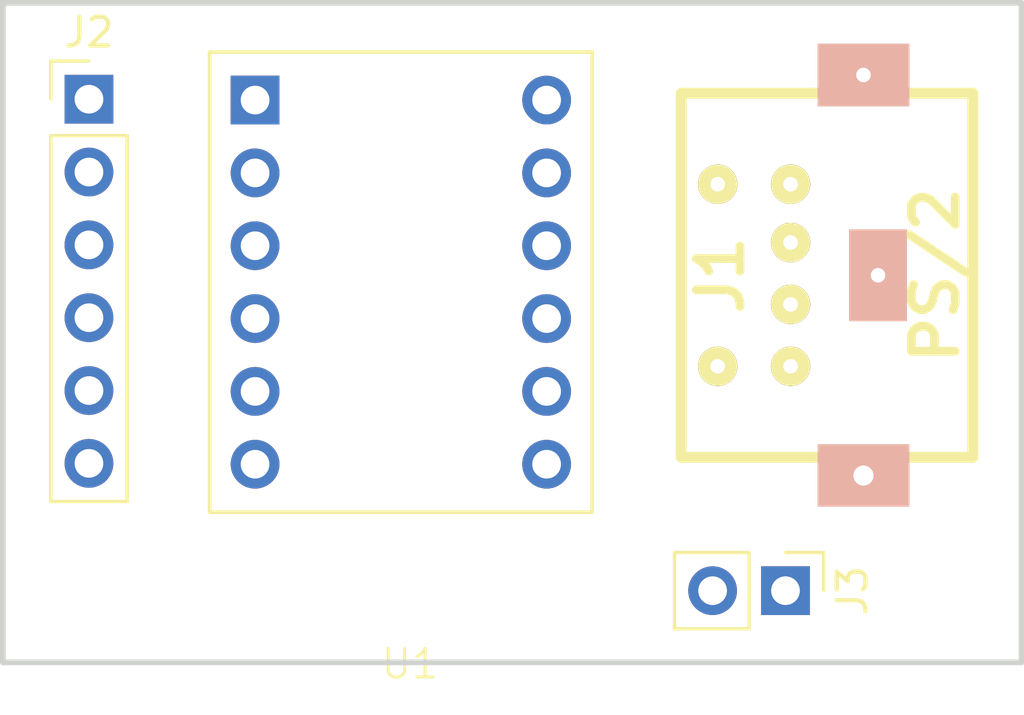
<source format=kicad_pcb>
(kicad_pcb (version 20241229) (generator "pcbnew") (generator_version "9.0")
  (layers (0 "F.Cu" signal) (2 "B.Cu" signal) (13 "F.Paste" user) (15 "B.Paste" user) (5 "F.SilkS" user "F.Silkscreen") (7 "B.SilkS" user "B.Silkscreen") (1 "F.Mask" user) (3 "B.Mask" user) (25 "Edge.Cuts" user))
  (net 0 "")
  (net 1 "VCC_5V")
  (net 2 "/PS{slash}2_CLK-")
  (net 3 "/PS{slash}2_DATA-")
  (net 4 "GND_5V")
  (net 5 "/PS{slash}2_DATA")
  (net 6 "/PS{slash}2_CLK")
  (net 7 "/PMOD_CLK")
  (net 8 "/PMOD_CLK-")
  (net 9 "VCC_3V3")
  (net 10 "GND_3V3")
  (net 11 "/PMOD_DATA-")
  (net 12 "/PMOD_DATA")
  (footprint "Connector_PinHeader_2.54mm:PinHeader_1x06_P2.54mm_Vertical" (layer "F.Cu") (at 131.5 84.86)
    (property "Reference" "J2" (at 0 -2.33 0) (layer "F.SilkS"))
    (property "Value" "PMOD")
    (fp_line (start -1.33 -1.33) (end 0 -1.33) (stroke (width 0.12)) (layer "F.SilkS"))
    (fp_line (start -1.33 0) (end -1.33 -1.33) (stroke (width 0.12)) (layer "F.SilkS"))
    (fp_line (start -1.33 1.27) (end -1.33 14.03) (stroke (width 0.12)) (layer "F.SilkS"))
    (fp_line (start -1.33 1.27) (end 1.33 1.27) (stroke (width 0.12)) (layer "F.SilkS"))
    (fp_line (start -1.33 14.03) (end 1.33 14.03) (stroke (width 0.12)) (layer "F.SilkS"))
    (fp_line (start 1.33 1.27) (end 1.33 14.03) (stroke (width 0.12)) (layer "F.SilkS"))
    (pad "1" thru_hole rect (at 0 0) (size 1.7 1.7) (drill 1) (layers "*.Cu" "*.Mask") (net 12 "/PMOD_DATA"))
    (pad "2" thru_hole oval (at 0 2.54) (size 1.7 1.7) (drill 1) (layers "*.Cu" "*.Mask") (net 11 "/PMOD_DATA-"))
    (pad "3" thru_hole oval (at 0 5.08) (size 1.7 1.7) (drill 1) (layers "*.Cu" "*.Mask") (net 7 "/PMOD_CLK"))
    (pad "4" thru_hole oval (at 0 7.62) (size 1.7 1.7) (drill 1) (layers "*.Cu" "*.Mask") (net 8 "/PMOD_CLK-"))
    (pad "5" thru_hole oval (at 0 10.16) (size 1.7 1.7) (drill 1) (layers "*.Cu" "*.Mask") (net 10 "GND_3V3"))
    (pad "6" thru_hole oval (at 0 12.7) (size 1.7 1.7) (drill 1) (layers "*.Cu" "*.Mask") (net 9 "VCC_3V3"))
  )
  (footprint "Connector_PinHeader_2.54mm:PinHeader_1x02_P2.54mm_Vertical" (layer "F.Cu") (at 155.775 102 -90)
    (property "Reference" "J3" (at 0 -2.33 90) (layer "F.SilkS"))
    (property "Value" "EXT_POWER")
    (fp_line (start -1.33 3.87) (end 1.33 3.87) (stroke (width 0.12)) (layer "F.SilkS"))
    (fp_line (start -1.33 1.27) (end -1.33 3.87) (stroke (width 0.12)) (layer "F.SilkS"))
    (fp_line (start -1.33 1.27) (end 1.33 1.27) (stroke (width 0.12)) (layer "F.SilkS"))
    (fp_line (start 1.33 1.27) (end 1.33 3.87) (stroke (width 0.12)) (layer "F.SilkS"))
    (fp_line (start -1.33 0) (end -1.33 -1.33) (stroke (width 0.12)) (layer "F.SilkS"))
    (fp_line (start -1.33 -1.33) (end 0 -1.33) (stroke (width 0.12)) (layer "F.SilkS"))
    (pad "1" thru_hole rect (at 0 0 270) (size 1.7 1.7) (drill 1) (layers "*.Cu" "*.Mask") (net 1 "VCC_5V"))
    (pad "2" thru_hole oval (at 0 2.54 270) (size 1.7 1.7) (drill 1) (layers "*.Cu" "*.Mask") (net 4 "GND_5V"))
  )
  (footprint "r_mini_din:Mini_din6" (layer "F.Cu") (at 157.222 91 90)
    (property "Reference" "J1" (at 0 -3.722 90) (layer "F.SilkS") (effects (font (size 1.524 1.524) (thickness 0.3048))))
    (property "Value" "PS/2" (at 0 3.778 90) (layer "F.SilkS") (effects (font (size 1.524 1.524) (thickness 0.3048))))
    (fp_line (start 6.35 -5.08) (end 6.35 5.08) (stroke (width 0.381)) (layer "F.SilkS"))
    (fp_line (start -6.35 -5.08) (end 6.35 -5.08) (stroke (width 0.381)) (layer "F.SilkS"))
    (fp_line (start -6.35 1.27) (end -6.35 -5.08) (stroke (width 0.381)) (layer "F.SilkS"))
    (fp_line (start 6.35 5.08) (end -6.35 5.08) (stroke (width 0.381)) (layer "F.SilkS"))
    (fp_line (start -6.35 5.08) (end -6.35 1.27) (stroke (width 0.381)) (layer "F.SilkS"))
    (pad "1" thru_hole circle (at 3.175 -3.81 90) (size 1.3716 1.3716) (drill 0.508) (layers "*.Cu" "*.Mask" "F.SilkS") (net 5 "/PS{slash}2_DATA"))
    (pad "2" thru_hole circle (at 3.175 -1.27 90) (size 1.3716 1.3716) (drill 0.508) (layers "*.Cu" "*.Mask" "F.SilkS") (net 3 "/PS{slash}2_DATA-"))
    (pad "3" thru_hole circle (at 1.143 -1.27 90) (size 1.3716 1.3716) (drill 0.508) (layers "*.Cu" "*.Mask" "F.SilkS") (net 6 "/PS{slash}2_CLK"))
    (pad "4" thru_hole circle (at -1.016 -1.27 90) (size 1.3716 1.3716) (drill 0.508) (layers "*.Cu" "*.Mask" "F.SilkS") (net 2 "/PS{slash}2_CLK-"))
    (pad "5" thru_hole circle (at -3.175 -1.27 90) (size 1.3716 1.3716) (drill 0.508) (layers "*.Cu" "*.Mask" "F.SilkS") (net 1 "VCC_5V"))
    (pad "6" thru_hole circle (at -3.175 -3.81 90) (size 1.3716 1.3716) (drill 0.508) (layers "*.Cu" "*.Mask" "F.SilkS") (net 4 "GND_5V"))
    (pad "GND" thru_hole rect (at -6.985 1.27 90) (size 2.16916 3.2004) (drill 0.70104) (layers "*.Cu" "*.SilkS" "*.Mask"))
    (pad "GND" thru_hole rect (at 0 1.778 90) (size 3.2004 1.99898) (drill 0.508) (layers "*.Cu" "*.SilkS" "*.Mask"))
    (pad "GND" thru_hole rect (at 6.985 1.27 90) (size 2.16916 3.2004) (drill 0.508) (layers "*.Cu" "*.SilkS" "*.Mask"))
  )
  (footprint "BOB-12009:BOB-12009" (layer "F.Cu") (at 142.75 91.21)
    (property "Reference" "U1" (at -0.06 13.34 0) (layer "F.SilkS") (effects (font (thickness 0.1))))
    (property "Value" "~")
    (fp_line (start -7.045 -7.995) (end 6.285 -7.995) (stroke (width 0.127)) (layer "F.SilkS"))
    (fp_line (start -7.045 8.055) (end -7.045 -7.995) (stroke (width 0.127)) (layer "F.SilkS"))
    (fp_line (start 6.285 -7.995) (end 6.285 8.055) (stroke (width 0.127)) (layer "F.SilkS"))
    (fp_line (start 6.285 8.055) (end -7.045 8.055) (stroke (width 0.127)) (layer "F.SilkS"))
    (pad "1" thru_hole rect (at -5.46 -6.32) (size 1.7 1.7) (drill 1) (layers "*.Cu" "*.Mask") (net 12 "/PMOD_DATA"))
    (pad "2" thru_hole circle (at -5.46 -3.78) (size 1.7 1.7) (drill 1) (layers "*.Cu" "*.Mask") (net 11 "/PMOD_DATA-"))
    (pad "3" thru_hole circle (at -5.46 -1.24) (size 1.7 1.7) (drill 1) (layers "*.Cu" "*.Mask") (net 9 "VCC_3V3"))
    (pad "4" thru_hole circle (at -5.46 1.3) (size 1.7 1.7) (drill 1) (layers "*.Cu" "*.Mask") (net 10 "GND_3V3"))
    (pad "5" thru_hole circle (at -5.46 3.84) (size 1.7 1.7) (drill 1) (layers "*.Cu" "*.Mask") (net 7 "/PMOD_CLK"))
    (pad "6" thru_hole circle (at -5.46 6.38) (size 1.7 1.7) (drill 1) (layers "*.Cu" "*.Mask") (net 8 "/PMOD_CLK-"))
    (pad "7" thru_hole circle (at 4.7 -6.32) (size 1.7 1.7) (drill 1) (layers "*.Cu" "*.Mask") (net 5 "/PS{slash}2_DATA"))
    (pad "8" thru_hole circle (at 4.7 -3.78) (size 1.7 1.7) (drill 1) (layers "*.Cu" "*.Mask") (net 3 "/PS{slash}2_DATA-"))
    (pad "9" thru_hole circle (at 4.7 -1.24) (size 1.7 1.7) (drill 1) (layers "*.Cu" "*.Mask") (net 1 "VCC_5V"))
    (pad "10" thru_hole circle (at 4.7 1.3) (size 1.7 1.7) (drill 1) (layers "*.Cu" "*.Mask") (net 4 "GND_5V"))
    (pad "11" thru_hole circle (at 4.7 3.84) (size 1.7 1.7) (drill 1) (layers "*.Cu" "*.Mask") (net 6 "/PS{slash}2_CLK"))
    (pad "12" thru_hole circle (at 4.7 6.38) (size 1.7 1.7) (drill 1) (layers "*.Cu" "*.Mask") (net 2 "/PS{slash}2_CLK-"))
  )
  (gr_rect (start 128.5 81.5) (end 164 104.5) (stroke (width 0.2)) (fill no) (layer "Edge.Cuts"))
)
</source>
